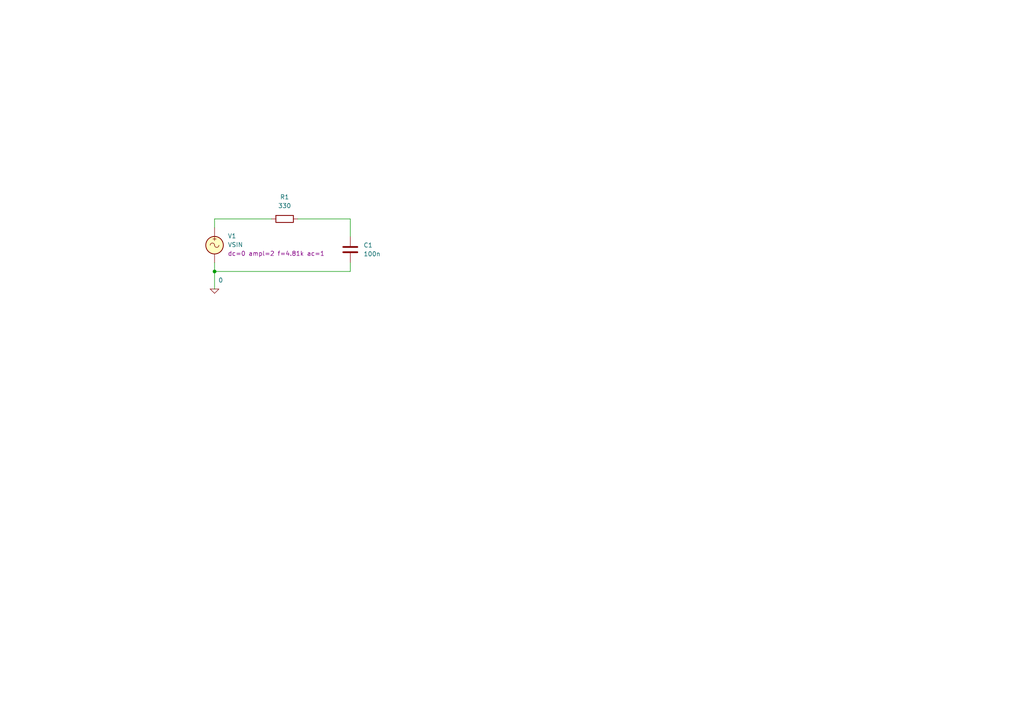
<source format=kicad_sch>
(kicad_sch (version 20250114) (generator "eeschema") (generator_version "9.0")
  (paper "A4")
  (lib_symbols
    (symbol "Device:C" (pin_numbers (hide yes)) (pin_names (offset 0.254))
      (property "Reference" "C" (at 0.635 2.54 0))
      (property "Value" "C" (at 0.635 -2.54 0))
      (symbol "C_0_1"
        (polyline (pts (xy -2.032 0.762) (xy 2.032 0.762)) (stroke (width 0.508)))
        (polyline (pts (xy -2.032 -0.762) (xy 2.032 -0.762)) (stroke (width 0.508)))
      )
      (symbol "C_1_1"
        (pin passive line (at 0 3.81 270) (length 2.794) (name "~") (number "1"))
        (pin passive line (at 0 -3.81 90) (length 2.794) (name "~") (number "2"))
      )
    )
    (symbol "Device:R" (pin_numbers (hide yes)) (pin_names (offset 0))
      (property "Reference" "R" (at 2.032 0 90))
      (property "Value" "R" (at 0 0 90))
      (symbol "R_0_1"
        (rectangle (start -1.016 -2.54) (end 1.016 2.54) (stroke (width 0.254)))
      )
      (symbol "R_1_1"
        (pin passive line (at 0 3.81 270) (length 1.27) (name "~") (number "1"))
        (pin passive line (at 0 -3.81 90) (length 1.27) (name "~") (number "2"))
      )
    )
    (symbol "Simulation_SPICE:0" (power) (pin_numbers (hide yes)) (pin_names (offset 0) (hide yes))
      (property "Value" "0" (at 0 -2.54 0))
      (symbol "0_0_1"
        (polyline (pts (xy -1.27 0) (xy 0 -1.27) (xy 1.27 0) (xy -1.27 0)))
      )
      (symbol "0_1_1"
        (pin power_in line (at 0 0 0) (length 0) (name "~") (number "1"))
      )
    )
    (symbol "Simulation_SPICE:VSIN" (pin_numbers (hide yes)) (pin_names (offset 0.0254))
      (property "Reference" "V" (at 2.54 2.54 0))
      (property "Value" "VSIN" (at 2.54 0 0))
      (property "Sim.Params" "dc=0 ampl=1 f=1k ac=1" (at 2.54 -2.54 0))
      (symbol "VSIN_0_0"
        (arc (start -1.27 0) (mid -0.635 0.6323) (end 0 0))
        (arc (start 1.27 0) (mid 0.635 -0.6323) (end 0 0))
        (text "+" (at 0 1.905 0) (effects (font (size 1.27 1.27))))
      )
      (symbol "VSIN_0_1"
        (circle (center 0 0) (radius 2.54) (stroke (width 0.254)) (fill (type background)))
      )
      (symbol "VSIN_1_1"
        (pin passive line (at 0 5.08 270) (length 2.54) (name "~") (number "1"))
        (pin passive line (at 0 -5.08 90) (length 2.54) (name "~") (number "2"))
      )
    )
  )
  (junction (at 62.23 78.74))
  (wire (pts (xy 62.23 63.5) (xy 78.74 63.5)))
  (wire (pts (xy 62.23 78.74) (xy 62.23 83.82)))
  (wire (pts (xy 62.23 78.74) (xy 101.6 78.74)))
  (wire (pts (xy 62.23 78.74) (xy 62.23 76.2)))
  (wire (pts (xy 101.6 76.2) (xy 101.6 78.74)))
  (wire (pts (xy 86.36 63.5) (xy 101.6 63.5)))
  (wire (pts (xy 62.23 66.04) (xy 62.23 63.5)))
  (wire (pts (xy 101.6 63.5) (xy 101.6 68.58)))
  (symbol (lib_id "Device:R") (at 82.55 63.5 90) (unit 1)
    (property "Reference" "R1" (at 82.55 57.15 90))
    (property "Value" "330" (at 82.55 59.69 90))
    (property "Description" "Resistor" (effects (hide yes)))
  )
  (symbol (lib_id "Simulation_SPICE:VSIN") (at 62.23 71.12 0) (unit 1)
    (property "Reference" "V1" (at 66.04 68.4501 0) (effects (justify left)))
    (property "Value" "VSIN" (at 66.04 70.9901 0) (effects (justify left)))
    (property "Datasheet" "https://ngspice.sourceforge.io/docs/ngspice-html-manual/manual.xhtml#sec_Independent_Sources_for" (effects (hide yes)))
    (property "Description" "Voltage source, sinusoidal" (effects (hide yes)))
    (property "Sim.Pins" "1=+ 2=-" (effects (hide yes)))
    (property "Sim.Params" "dc=0 ampl=2 f=4.81k ac=1" (at 66.04 73.5301 0) (effects (justify left)))
    (property "Sim.Type" "SIN" (effects (hide yes)))
    (property "Sim.Device" "V" (effects (hide yes)))
  )
  (symbol (lib_id "Device:C") (at 101.6 72.39 0) (unit 1)
    (property "Reference" "C1" (at 105.41 71.1199 0) (effects (justify left)))
    (property "Value" "100n" (at 105.41 73.6599 0) (effects (justify left)))
    (property "Description" "Unpolarized capacitor" (effects (hide yes)))
  )
  (symbol (lib_id "Simulation_SPICE:0") (at 62.23 83.82 0) (unit 1)
    (property "Reference" "#GND01" (effects (hide yes)))
    (property "Value" "0" (at 64.008 81.28 0))
    (property "Datasheet" "https://ngspice.sourceforge.io/docs/ngspice-html-manual/manual.xhtml#subsec_Circuit_elements__device" (effects (hide yes)))
    (property "Description" "0V reference potential for simulation" (effects (hide yes)))
  )
)
</source>
